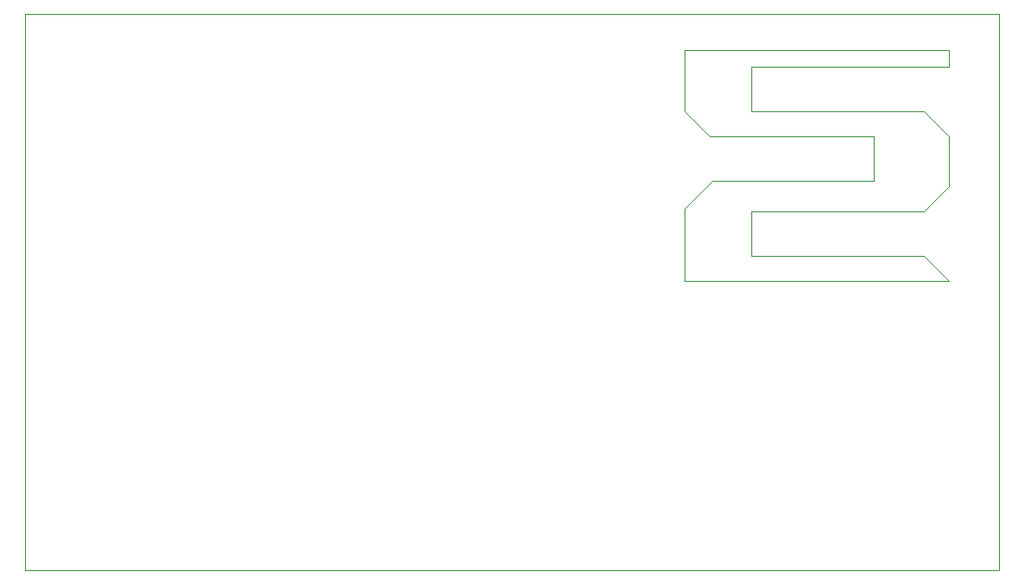
<source format=gbr>
%TF.GenerationSoftware,KiCad,Pcbnew,7.0.10*%
%TF.CreationDate,2024-02-28T16:33:31-05:00*%
%TF.ProjectId,Business Card,42757369-6e65-4737-9320-436172642e6b,rev?*%
%TF.SameCoordinates,Original*%
%TF.FileFunction,Profile,NP*%
%FSLAX46Y46*%
G04 Gerber Fmt 4.6, Leading zero omitted, Abs format (unit mm)*
G04 Created by KiCad (PCBNEW 7.0.10) date 2024-02-28 16:33:31*
%MOMM*%
%LPD*%
G01*
G04 APERTURE LIST*
%TA.AperFunction,Profile*%
%ADD10C,0.100000*%
%TD*%
G04 APERTURE END LIST*
D10*
X180848000Y-82296000D02*
X180848000Y-86868000D01*
X180848000Y-75946000D02*
X162814000Y-75946000D01*
X180848000Y-74422000D02*
X180848000Y-75946000D01*
X156718000Y-74422000D02*
X180848000Y-74422000D01*
X156718000Y-88900000D02*
X156718000Y-95504000D01*
X96520000Y-121920000D02*
X185420000Y-121920000D01*
X185420000Y-71120000D01*
X96520000Y-71120000D01*
X96520000Y-121920000D01*
X162814000Y-93218000D02*
X162814000Y-89154000D01*
X156718000Y-95504000D02*
X180848000Y-95504000D01*
X162814000Y-89154000D02*
X177800000Y-89154000D01*
X159004000Y-82296000D02*
X173990000Y-82296000D01*
X173990000Y-82296000D02*
X173990000Y-86360000D01*
X173990000Y-86360000D02*
X159258000Y-86360000D01*
X162814000Y-80010000D02*
X162814000Y-75946000D01*
X180848000Y-95504000D02*
X178562000Y-93218000D01*
X159258000Y-86360000D02*
X156718000Y-88900000D01*
X156718000Y-74422000D02*
X156718000Y-80010000D01*
X178562000Y-93218000D02*
X162814000Y-93218000D01*
X177800000Y-89154000D02*
X178562000Y-89154000D01*
X180848000Y-82296000D02*
X178562000Y-80010000D01*
X178562000Y-89154000D02*
X180848000Y-86868000D01*
X156718000Y-80010000D02*
X159004000Y-82296000D01*
X178562000Y-80010000D02*
X162814000Y-80010000D01*
M02*

</source>
